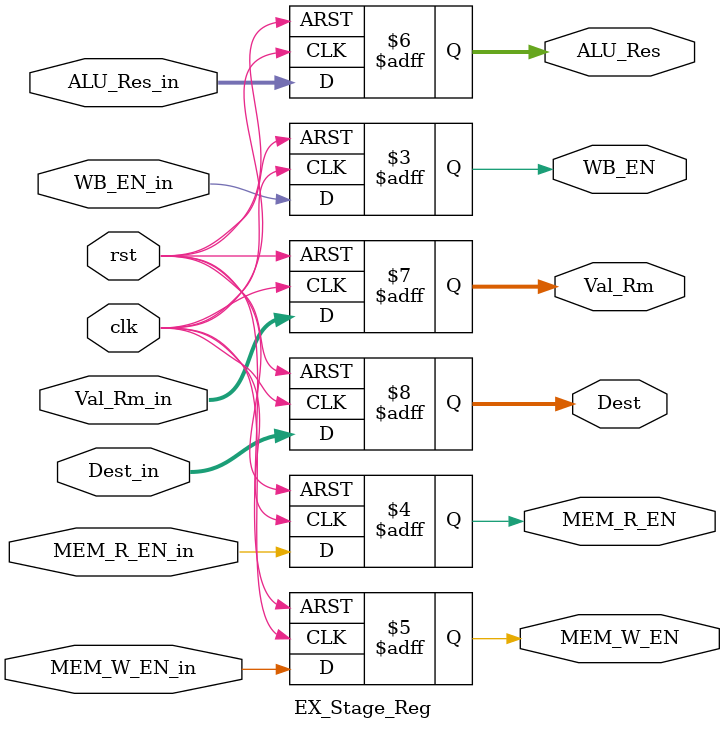
<source format=v>
module EX_Stage_Reg #(
    parameter DATA_LEN = 32,
    parameter ADDRESS_LEN = 32,
    parameter ADDRESS_LEN_REG_FILE = 4
) (
    input  wire                                   clk, rst,
    input  wire                                   WB_EN_in, MEM_R_EN_in, MEM_W_EN_in,
    input  wire  [DATA_LEN - 1 : 0]               ALU_Res_in,
    input  wire  [DATA_LEN - 1 : 0]               Val_Rm_in,
    input  wire  [ADDRESS_LEN_REG_FILE - 1 : 0]   Dest_in,
    output reg                                    WB_EN, MEM_R_EN, MEM_W_EN,
    output reg   [DATA_LEN - 1 : 0]               ALU_Res, Val_Rm,
    output reg   [ADDRESS_LEN_REG_FILE - 1 : 0]   Dest

);

    always @(posedge clk or negedge rst) begin
        if(~rst) begin
            WB_EN <= 1'b0;
            ALU_Res <= 32'b0;
            Dest <= 4'b0;
            MEM_R_EN <= 1'b0;
            MEM_W_EN <= 1'b0;
            Val_Rm <= 32'b0;
        end
        else begin
            WB_EN <= WB_EN_in;
            ALU_Res <= ALU_Res_in;
            Dest <= Dest_in;
            MEM_R_EN <= MEM_R_EN_in;
            MEM_W_EN <= MEM_W_EN_in;
            Val_Rm <= Val_Rm_in;
        end   
    end
    
endmodule
</source>
